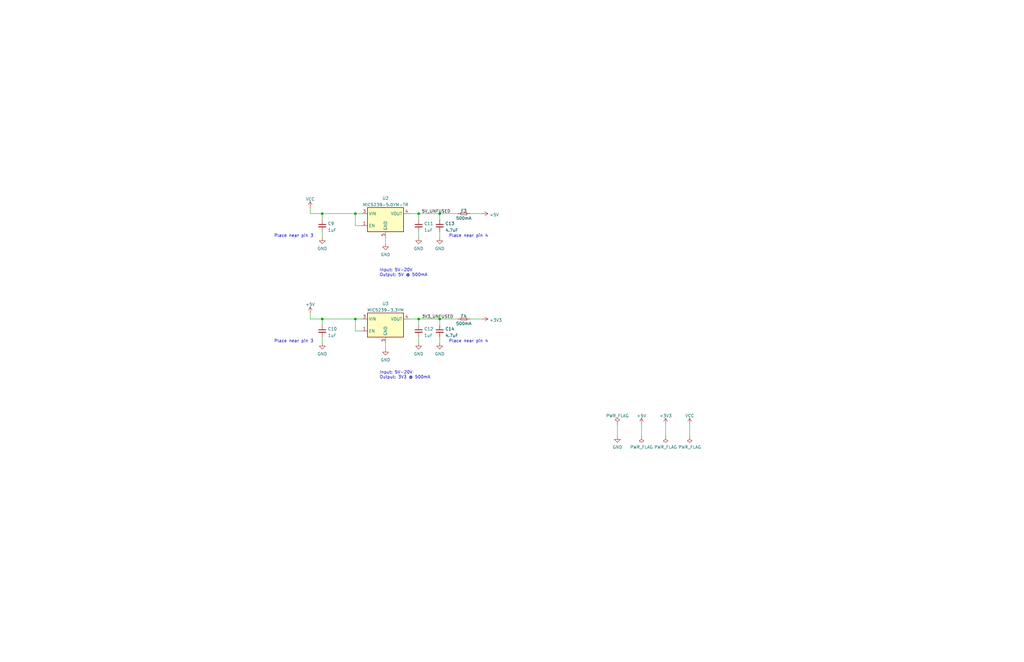
<source format=kicad_sch>
(kicad_sch (version 20211123) (generator eeschema)
  (paper "B")
  (title_block (title "DWM1000 Arduino Breakout") (date "2022-02-10") (rev "A") (company "Olin Robotics - Project Firefly") (comment 1 "Designer: Wesley Soo-Hoo"))
  (lib_symbols
    (symbol "Device:C_Small" (pin_numbers hide) (pin_names (offset 0.254) hide)
      (property "Reference" "C" (at 0.254 1.778 0))
      (property "Value" "C_Small" (at 0.254 -2.032 0))
      (symbol "C_Small_0_1"
        (polyline (pts (xy -1.524 -0.508) (xy 1.524 -0.508)) (stroke (width 0.3302)))
        (polyline (pts (xy -1.524 0.508) (xy 1.524 0.508)) (stroke (width 0.3048)))
      )
      (symbol "C_Small_1_1"
        (pin passive line (at 0 2.54 270) (length 2.032) (name "~") (number "1"))
        (pin passive line (at 0 -2.54 90) (length 2.032) (name "~") (number "2"))
      )
    )
    (symbol "Device:Fuse_Small" (pin_numbers hide) (pin_names (offset 0.254) hide)
      (property "Reference" "F" (at 0 -1.524 0))
      (property "Value" "Fuse_Small" (at 0 1.524 0))
      (symbol "Fuse_Small_0_1"
        (rectangle (start -1.27 0.508) (end 1.27 -0.508))
        (polyline (pts (xy -1.27 0) (xy 1.27 0)))
      )
      (symbol "Fuse_Small_1_1"
        (pin passive line (at -2.54 0 0) (length 1.27) (name "~") (number "1"))
        (pin passive line (at 2.54 0 180) (length 1.27) (name "~") (number "2"))
      )
    )
    (symbol "Regulator_Linear:MIC5365-3.3YC5"
      (property "Reference" "U?" (at 0 9.0465 0))
      (property "Value" "MIC5239-5.0YM-TR" (at 0 6.2714 0))
      (symbol "MIC5365-3.3YC5_0_1"
        (rectangle (start -7.62 -5.08) (end 7.62 5.08) (stroke (width 0.254)) (fill (type background)))
      )
      (symbol "MIC5365-3.3YC5_1_1"
        (pin input line (at -10.16 -2.54 0) (length 2.54) (name "EN") (number "1"))
        (pin no_connect line (at 7.62 -2.54 180) (length 2.54) hide (name "NC") (number "2"))
        (pin power_in line (at -10.16 2.54 0) (length 2.54) (name "VIN") (number "3"))
        (pin power_out line (at 10.16 2.54 180) (length 2.54) (name "VOUT") (number "4"))
        (pin power_in line (at 0 -7.62 90) (length 2.54) (name "GND") (number "5"))
        (pin power_in line (at 0 -7.62 90) (length 2.54) hide (name "GND") (number "6"))
        (pin power_in line (at 0 -7.62 90) (length 2.54) hide (name "GND") (number "7"))
        (pin power_in line (at 0 -7.62 90) (length 2.54) hide (name "GND") (number "8"))
      )
    )
    (symbol "power:+3V3" (power) (pin_names (offset 0))
      (property "Value" "+3V3" (at 0 3.556 0))
      (symbol "+3V3_0_1"
        (polyline (pts (xy -0.762 1.27) (xy 0 2.54)))
        (polyline (pts (xy 0 0) (xy 0 2.54)))
        (polyline (pts (xy 0 2.54) (xy 0.762 1.27)))
      )
      (symbol "+3V3_1_1"
        (pin power_in line (at 0 0 90) (length 0) hide (name "+3V3") (number "1"))
      )
    )
    (symbol "power:+5V" (power) (pin_names (offset 0))
      (property "Value" "+5V" (at 0 3.556 0))
      (symbol "+5V_0_1"
        (polyline (pts (xy -0.762 1.27) (xy 0 2.54)))
        (polyline (pts (xy 0 0) (xy 0 2.54)))
        (polyline (pts (xy 0 2.54) (xy 0.762 1.27)))
      )
      (symbol "+5V_1_1"
        (pin power_in line (at 0 0 90) (length 0) hide (name "+5V") (number "1"))
      )
    )
    (symbol "power:GND" (power) (pin_names (offset 0))
      (property "Value" "GND" (at 0 -3.81 0))
      (symbol "GND_0_1"
        (polyline (pts (xy 0 0) (xy 0 -1.27) (xy 1.27 -1.27) (xy 0 -2.54) (xy -1.27 -1.27) (xy 0 -1.27)))
      )
      (symbol "GND_1_1"
        (pin power_in line (at 0 0 270) (length 0) hide (name "GND") (number "1"))
      )
    )
    (symbol "power:PWR_FLAG" (power) (pin_numbers hide) (pin_names (offset 0) hide)
      (property "Value" "PWR_FLAG" (at 0 3.81 0))
      (symbol "PWR_FLAG_0_0"
        (pin power_out line (at 0 0 90) (length 0) (name "pwr") (number "1"))
      )
      (symbol "PWR_FLAG_0_1"
        (polyline (pts (xy 0 0) (xy 0 1.27) (xy -1.016 1.905) (xy 0 2.54) (xy 1.016 1.905) (xy 0 1.27)))
      )
    )
    (symbol "power:VCC" (power) (pin_names (offset 0))
      (property "Value" "VCC" (at 0 3.81 0))
      (symbol "VCC_0_1"
        (polyline (pts (xy -0.762 1.27) (xy 0 2.54)))
        (polyline (pts (xy 0 0) (xy 0 2.54)))
        (polyline (pts (xy 0 2.54) (xy 0.762 1.27)))
      )
      (symbol "VCC_1_1"
        (pin power_in line (at 0 0 90) (length 0) hide (name "VCC") (number "1"))
      )
    )
  )
  (junction (at 185.42 90.17))
  (junction (at 149.86 90.17))
  (junction (at 149.86 134.62))
  (junction (at 135.89 90.17))
  (junction (at 176.53 134.62))
  (junction (at 176.53 90.17))
  (junction (at 185.42 134.62))
  (junction (at 135.89 134.62))
  (wire (pts (xy 176.53 134.62) (xy 176.53 137.16)))
  (wire (pts (xy 135.89 134.62) (xy 135.89 137.16)))
  (wire (pts (xy 185.42 90.17) (xy 185.42 92.71)))
  (wire (pts (xy 185.42 97.79) (xy 185.42 100.33)))
  (wire (pts (xy 270.51 179.07) (xy 270.51 184.15)))
  (wire (pts (xy 176.53 90.17) (xy 185.42 90.17)))
  (wire (pts (xy 176.53 97.79) (xy 176.53 100.33)))
  (wire (pts (xy 172.72 134.62) (xy 176.53 134.62)))
  (wire (pts (xy 198.12 134.62) (xy 203.2 134.62)))
  (wire (pts (xy 149.86 90.17) (xy 149.86 95.25)))
  (wire (pts (xy 130.81 87.63) (xy 130.81 90.17)))
  (wire (pts (xy 135.89 134.62) (xy 149.86 134.62)))
  (wire (pts (xy 185.42 142.24) (xy 185.42 144.78)))
  (wire (pts (xy 149.86 95.25) (xy 152.4 95.25)))
  (wire (pts (xy 135.89 142.24) (xy 135.89 144.78)))
  (wire (pts (xy 130.81 134.62) (xy 135.89 134.62)))
  (wire (pts (xy 185.42 90.17) (xy 193.04 90.17)))
  (wire (pts (xy 176.53 92.71) (xy 176.53 90.17)))
  (wire (pts (xy 260.35 179.07) (xy 260.35 184.15)))
  (wire (pts (xy 149.86 134.62) (xy 152.4 134.62)))
  (wire (pts (xy 176.53 142.24) (xy 176.53 144.78)))
  (wire (pts (xy 130.81 90.17) (xy 135.89 90.17)))
  (wire (pts (xy 176.53 134.62) (xy 185.42 134.62)))
  (wire (pts (xy 198.12 90.17) (xy 203.2 90.17)))
  (wire (pts (xy 185.42 134.62) (xy 185.42 137.16)))
  (wire (pts (xy 130.81 132.08) (xy 130.81 134.62)))
  (wire (pts (xy 135.89 90.17) (xy 149.86 90.17)))
  (wire (pts (xy 162.56 144.78) (xy 162.56 147.32)))
  (wire (pts (xy 185.42 134.62) (xy 193.04 134.62)))
  (wire (pts (xy 280.67 179.07) (xy 280.67 184.15)))
  (wire (pts (xy 152.4 139.7) (xy 149.86 139.7)))
  (wire (pts (xy 135.89 90.17) (xy 135.89 92.71)))
  (wire (pts (xy 149.86 90.17) (xy 152.4 90.17)))
  (wire (pts (xy 176.53 90.17) (xy 172.72 90.17)))
  (wire (pts (xy 290.83 179.07) (xy 290.83 184.15)))
  (wire (pts (xy 135.89 97.79) (xy 135.89 100.33)))
  (wire (pts (xy 149.86 139.7) (xy 149.86 134.62)))
  (wire (pts (xy 162.56 100.33) (xy 162.56 102.87)))
  (text "Input: 5V-20V\nOutput: 3V3 @ 500mA" (at 160.02 160.02 0) (effects (font (size 1.27 1.27)) (justify left bottom)))
  (text "Input: 5V-20V\nOutput: 5V @ 500mA" (at 160.02 116.84 0) (effects (font (size 1.27 1.27)) (justify left bottom)))
  (text "Place near pin 3" (at 115.57 144.78 0) (effects (font (size 1.27 1.27)) (justify left bottom)))
  (text "Place near pin 3" (at 115.57 100.33 0) (effects (font (size 1.27 1.27)) (justify left bottom)))
  (text "Place near pin 4" (at 189.23 100.33 0) (effects (font (size 1.27 1.27)) (justify left bottom)))
  (text "Place near pin 4" (at 189.23 144.78 0) (effects (font (size 1.27 1.27)) (justify left bottom)))
  (label "3V3_UNFUSED" (at 177.8 134.62 0))
  (label "5V_UNFUSED" (at 177.8 90.17 0))
  (symbol (lib_id "Device:Fuse_Small") (at 195.58 134.62 0) (unit 1)
    (property "Reference" "F4" (at 195.58 133.35 0))
    (property "Value" "500mA" (at 195.58 136.525 0))
    (property "Footprint" "Fuse:Fuse_1206_3216Metric_Pad1.42x1.75mm_HandSolder" (effects hide))
    (property "DigiKey" "507-1802-6-ND" (effects hide))
  )
  (symbol (lib_id "power:+5V") (at 270.51 179.07 0) (unit 1)
    (property "Reference" "#PWR040" (effects hide))
    (property "Value" "+5V" (at 270.51 175.4655 0))
  )
  (symbol (lib_id "Device:Fuse_Small") (at 195.58 90.17 0) (unit 1)
    (property "Reference" "F3" (at 195.58 88.9 0))
    (property "Value" "500mA" (at 195.58 92.075 0))
    (property "Footprint" "Fuse:Fuse_1206_3216Metric_Pad1.42x1.75mm_HandSolder" (effects hide))
    (property "DigiKey" "507-1802-6-ND" (effects hide))
  )
  (symbol (lib_id "power:VCC") (at 290.83 179.07 0) (unit 1)
    (property "Reference" "#PWR042" (effects hide))
    (property "Value" "VCC" (at 290.83 175.4655 0))
  )
  (symbol (lib_id "Regulator_Linear:MIC5365-3.3YC5") (at 162.56 92.71 0) (unit 1)
    (property "Reference" "U2" (at 162.56 83.6635 0))
    (property "Value" "MIC5239-5.0YM-TR" (at 162.56 86.4386 0))
    (property "Footprint" "Package_SO:SOIC-8_3.9x4.9mm_P1.27mm" (effects hide))
    (property "Datasheet" "https://ww1.microchip.com/downloads/en/DeviceDoc/MIC5239-Low-Quiescent-Current-500mA-Microcap-LDO-Regulator-DS20006544A.pdf" (effects hide))
    (property "DigiKey" "MIC5239-5.0YM-CT-ND" (effects hide))
  )
  (symbol (lib_id "Device:C_Small") (at 185.42 95.25 0) (unit 1)
    (property "Reference" "C13" (at 187.7441 94.3478 0) (effects (justify left)))
    (property "Value" "4.7uF" (at 187.7441 97.1229 0) (effects (justify left)))
    (property "Footprint" "Capacitor_SMD:C_0805_2012Metric_Pad1.18x1.45mm_HandSolder" (effects hide))
    (property "DigiKey" "1276-6722-1-ND" (effects hide))
  )
  (symbol (lib_id "power:PWR_FLAG") (at 280.67 184.15 180) (unit 1)
    (property "Reference" "#FLG03" (effects hide))
    (property "Value" "PWR_FLAG" (at 280.67 188.7125 0))
  )
  (symbol (lib_id "power:VCC") (at 130.81 87.63 0) (unit 1)
    (property "Reference" "#PWR016" (effects hide))
    (property "Value" "VCC" (at 130.81 84.0255 0))
  )
  (symbol (lib_id "power:GND") (at 176.53 144.78 0) (unit 1)
    (property "Reference" "#PWR030" (effects hide))
    (property "Value" "GND" (at 176.53 149.3425 0))
  )
  (symbol (lib_id "power:PWR_FLAG") (at 290.83 184.15 180) (unit 1)
    (property "Reference" "#FLG04" (effects hide))
    (property "Value" "PWR_FLAG" (at 290.83 188.7125 0))
  )
  (symbol (lib_id "Device:C_Small") (at 176.53 139.7 0) (unit 1)
    (property "Reference" "C12" (at 178.8541 138.7978 0) (effects (justify left)))
    (property "Value" "1uF" (at 178.8541 141.5729 0) (effects (justify left)))
    (property "Footprint" "Capacitor_SMD:C_0805_2012Metric_Pad1.18x1.45mm_HandSolder" (effects hide))
    (property "DigiKey" "478-08055C105JAT2ACT-ND" (effects hide))
  )
  (symbol (lib_id "power:GND") (at 176.53 100.33 0) (unit 1)
    (property "Reference" "#PWR022" (effects hide))
    (property "Value" "GND" (at 176.53 104.8925 0))
  )
  (symbol (lib_id "power:GND") (at 135.89 144.78 0) (unit 1)
    (property "Reference" "#PWR019" (effects hide))
    (property "Value" "GND" (at 135.89 149.3425 0))
  )
  (symbol (lib_id "power:GND") (at 260.35 184.15 0) (unit 1)
    (property "Reference" "#PWR039" (effects hide))
    (property "Value" "GND" (at 260.35 188.7125 0))
  )
  (symbol (lib_id "power:+5V") (at 130.81 132.08 0) (unit 1)
    (property "Reference" "#PWR017" (effects hide))
    (property "Value" "+5V" (at 130.81 128.4755 0))
  )
  (symbol (lib_id "Device:C_Small") (at 135.89 139.7 0) (unit 1)
    (property "Reference" "C10" (at 138.2141 138.7978 0) (effects (justify left)))
    (property "Value" "1uF" (at 138.2141 141.5729 0) (effects (justify left)))
    (property "Footprint" "Capacitor_SMD:C_0805_2012Metric_Pad1.18x1.45mm_HandSolder" (effects hide))
    (property "DigiKey" "478-08055C105JAT2ACT-ND" (effects hide))
  )
  (symbol (lib_id "power:GND") (at 162.56 147.32 0) (unit 1)
    (property "Reference" "#PWR021" (effects hide))
    (property "Value" "GND" (at 162.56 151.8825 0))
  )
  (symbol (lib_id "power:GND") (at 185.42 144.78 0) (unit 1)
    (property "Reference" "#PWR036" (effects hide))
    (property "Value" "GND" (at 185.42 149.3425 0))
  )
  (symbol (lib_id "Device:C_Small") (at 135.89 95.25 0) (unit 1)
    (property "Reference" "C9" (at 138.2141 94.3478 0) (effects (justify left)))
    (property "Value" "1uF" (at 138.2141 97.1229 0) (effects (justify left)))
    (property "Footprint" "Capacitor_SMD:C_0805_2012Metric_Pad1.18x1.45mm_HandSolder" (effects hide))
    (property "DigiKey" "478-08055C105JAT2ACT-ND" (effects hide))
  )
  (symbol (lib_id "power:+5V") (at 203.2 90.17 270) (unit 1)
    (property "Reference" "#PWR037" (effects hide))
    (property "Value" "+5V" (at 206.375 90.649 90) (effects (justify left)))
  )
  (symbol (lib_id "power:PWR_FLAG") (at 270.51 184.15 180) (unit 1)
    (property "Reference" "#FLG02" (effects hide))
    (property "Value" "PWR_FLAG" (at 270.51 188.7125 0))
  )
  (symbol (lib_id "Device:C_Small") (at 176.53 95.25 0) (unit 1)
    (property "Reference" "C11" (at 178.8541 94.3478 0) (effects (justify left)))
    (property "Value" "1uF" (at 178.8541 97.1229 0) (effects (justify left)))
    (property "Footprint" "Capacitor_SMD:C_0805_2012Metric_Pad1.18x1.45mm_HandSolder" (effects hide))
    (property "DigiKey" "478-08055C105JAT2ACT-ND" (effects hide))
  )
  (symbol (lib_id "power:GND") (at 162.56 102.87 0) (unit 1)
    (property "Reference" "#PWR020" (effects hide))
    (property "Value" "GND" (at 162.56 107.4325 0))
  )
  (symbol (lib_id "power:PWR_FLAG") (at 260.35 179.07 0) (unit 1)
    (property "Reference" "#FLG01" (effects hide))
    (property "Value" "PWR_FLAG" (at 260.35 175.4655 0))
  )
  (symbol (lib_id "power:GND") (at 135.89 100.33 0) (unit 1)
    (property "Reference" "#PWR018" (effects hide))
    (property "Value" "GND" (at 135.89 104.8925 0))
  )
  (symbol (lib_id "power:+3V3") (at 280.67 179.07 0) (unit 1)
    (property "Reference" "#PWR041" (effects hide))
    (property "Value" "+3V3" (at 280.67 175.4655 0))
  )
  (symbol (lib_id "Regulator_Linear:MIC5365-3.3YC5") (at 162.56 137.16 0) (unit 1)
    (property "Reference" "U3" (at 162.56 128.1135 0))
    (property "Value" "MIC5239-3.3YM" (at 162.56 130.8886 0))
    (property "Footprint" "Package_SO:SOIC-8_3.9x4.9mm_P1.27mm" (effects hide))
    (property "Datasheet" "https://ww1.microchip.com/downloads/en/DeviceDoc/MIC5239-Low-Quiescent-Current-500mA-Microcap-LDO-Regulator-DS20006544A.pdf" (effects hide))
    (property "DigiKey" "576-2394-ND" (effects hide))
  )
  (symbol (lib_id "power:+3V3") (at 203.2 134.62 270) (unit 1)
    (property "Reference" "#PWR038" (effects hide))
    (property "Value" "+3V3" (at 206.375 135.099 90) (effects (justify left)))
  )
  (symbol (lib_id "Device:C_Small") (at 185.42 139.7 0) (unit 1)
    (property "Reference" "C14" (at 187.7441 138.7978 0) (effects (justify left)))
    (property "Value" "4.7uF" (at 187.7441 141.5729 0) (effects (justify left)))
    (property "Footprint" "Capacitor_SMD:C_0805_2012Metric_Pad1.18x1.45mm_HandSolder" (effects hide))
    (property "DigiKey" "1276-6722-1-ND" (effects hide))
  )
  (symbol (lib_id "power:GND") (at 185.42 100.33 0) (unit 1)
    (property "Reference" "#PWR035" (effects hide))
    (property "Value" "GND" (at 185.42 104.8925 0))
  )
)
</source>
